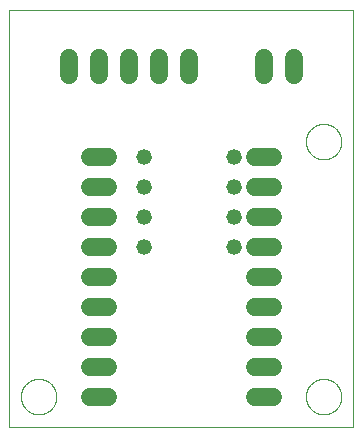
<source format=gtl>
G75*
%MOIN*%
%OFA0B0*%
%FSLAX25Y25*%
%IPPOS*%
%LPD*%
%AMOC8*
5,1,8,0,0,1.08239X$1,22.5*
%
%ADD10C,0.00000*%
%ADD11C,0.06000*%
%ADD12C,0.05200*%
%ADD13C,0.05937*%
D10*
X0002000Y0002000D02*
X0002000Y0140701D01*
X0116921Y0140701D01*
X0116921Y0002000D01*
X0002000Y0002000D01*
X0006094Y0012000D02*
X0006096Y0012153D01*
X0006102Y0012307D01*
X0006112Y0012460D01*
X0006126Y0012612D01*
X0006144Y0012765D01*
X0006166Y0012916D01*
X0006191Y0013067D01*
X0006221Y0013218D01*
X0006255Y0013368D01*
X0006292Y0013516D01*
X0006333Y0013664D01*
X0006378Y0013810D01*
X0006427Y0013956D01*
X0006480Y0014100D01*
X0006536Y0014242D01*
X0006596Y0014383D01*
X0006660Y0014523D01*
X0006727Y0014661D01*
X0006798Y0014797D01*
X0006873Y0014931D01*
X0006950Y0015063D01*
X0007032Y0015193D01*
X0007116Y0015321D01*
X0007204Y0015447D01*
X0007295Y0015570D01*
X0007389Y0015691D01*
X0007487Y0015809D01*
X0007587Y0015925D01*
X0007691Y0016038D01*
X0007797Y0016149D01*
X0007906Y0016257D01*
X0008018Y0016362D01*
X0008132Y0016463D01*
X0008250Y0016562D01*
X0008369Y0016658D01*
X0008491Y0016751D01*
X0008616Y0016840D01*
X0008743Y0016927D01*
X0008872Y0017009D01*
X0009003Y0017089D01*
X0009136Y0017165D01*
X0009271Y0017238D01*
X0009408Y0017307D01*
X0009547Y0017372D01*
X0009687Y0017434D01*
X0009829Y0017492D01*
X0009972Y0017547D01*
X0010117Y0017598D01*
X0010263Y0017645D01*
X0010410Y0017688D01*
X0010558Y0017727D01*
X0010707Y0017763D01*
X0010857Y0017794D01*
X0011008Y0017822D01*
X0011159Y0017846D01*
X0011312Y0017866D01*
X0011464Y0017882D01*
X0011617Y0017894D01*
X0011770Y0017902D01*
X0011923Y0017906D01*
X0012077Y0017906D01*
X0012230Y0017902D01*
X0012383Y0017894D01*
X0012536Y0017882D01*
X0012688Y0017866D01*
X0012841Y0017846D01*
X0012992Y0017822D01*
X0013143Y0017794D01*
X0013293Y0017763D01*
X0013442Y0017727D01*
X0013590Y0017688D01*
X0013737Y0017645D01*
X0013883Y0017598D01*
X0014028Y0017547D01*
X0014171Y0017492D01*
X0014313Y0017434D01*
X0014453Y0017372D01*
X0014592Y0017307D01*
X0014729Y0017238D01*
X0014864Y0017165D01*
X0014997Y0017089D01*
X0015128Y0017009D01*
X0015257Y0016927D01*
X0015384Y0016840D01*
X0015509Y0016751D01*
X0015631Y0016658D01*
X0015750Y0016562D01*
X0015868Y0016463D01*
X0015982Y0016362D01*
X0016094Y0016257D01*
X0016203Y0016149D01*
X0016309Y0016038D01*
X0016413Y0015925D01*
X0016513Y0015809D01*
X0016611Y0015691D01*
X0016705Y0015570D01*
X0016796Y0015447D01*
X0016884Y0015321D01*
X0016968Y0015193D01*
X0017050Y0015063D01*
X0017127Y0014931D01*
X0017202Y0014797D01*
X0017273Y0014661D01*
X0017340Y0014523D01*
X0017404Y0014383D01*
X0017464Y0014242D01*
X0017520Y0014100D01*
X0017573Y0013956D01*
X0017622Y0013810D01*
X0017667Y0013664D01*
X0017708Y0013516D01*
X0017745Y0013368D01*
X0017779Y0013218D01*
X0017809Y0013067D01*
X0017834Y0012916D01*
X0017856Y0012765D01*
X0017874Y0012612D01*
X0017888Y0012460D01*
X0017898Y0012307D01*
X0017904Y0012153D01*
X0017906Y0012000D01*
X0017904Y0011847D01*
X0017898Y0011693D01*
X0017888Y0011540D01*
X0017874Y0011388D01*
X0017856Y0011235D01*
X0017834Y0011084D01*
X0017809Y0010933D01*
X0017779Y0010782D01*
X0017745Y0010632D01*
X0017708Y0010484D01*
X0017667Y0010336D01*
X0017622Y0010190D01*
X0017573Y0010044D01*
X0017520Y0009900D01*
X0017464Y0009758D01*
X0017404Y0009617D01*
X0017340Y0009477D01*
X0017273Y0009339D01*
X0017202Y0009203D01*
X0017127Y0009069D01*
X0017050Y0008937D01*
X0016968Y0008807D01*
X0016884Y0008679D01*
X0016796Y0008553D01*
X0016705Y0008430D01*
X0016611Y0008309D01*
X0016513Y0008191D01*
X0016413Y0008075D01*
X0016309Y0007962D01*
X0016203Y0007851D01*
X0016094Y0007743D01*
X0015982Y0007638D01*
X0015868Y0007537D01*
X0015750Y0007438D01*
X0015631Y0007342D01*
X0015509Y0007249D01*
X0015384Y0007160D01*
X0015257Y0007073D01*
X0015128Y0006991D01*
X0014997Y0006911D01*
X0014864Y0006835D01*
X0014729Y0006762D01*
X0014592Y0006693D01*
X0014453Y0006628D01*
X0014313Y0006566D01*
X0014171Y0006508D01*
X0014028Y0006453D01*
X0013883Y0006402D01*
X0013737Y0006355D01*
X0013590Y0006312D01*
X0013442Y0006273D01*
X0013293Y0006237D01*
X0013143Y0006206D01*
X0012992Y0006178D01*
X0012841Y0006154D01*
X0012688Y0006134D01*
X0012536Y0006118D01*
X0012383Y0006106D01*
X0012230Y0006098D01*
X0012077Y0006094D01*
X0011923Y0006094D01*
X0011770Y0006098D01*
X0011617Y0006106D01*
X0011464Y0006118D01*
X0011312Y0006134D01*
X0011159Y0006154D01*
X0011008Y0006178D01*
X0010857Y0006206D01*
X0010707Y0006237D01*
X0010558Y0006273D01*
X0010410Y0006312D01*
X0010263Y0006355D01*
X0010117Y0006402D01*
X0009972Y0006453D01*
X0009829Y0006508D01*
X0009687Y0006566D01*
X0009547Y0006628D01*
X0009408Y0006693D01*
X0009271Y0006762D01*
X0009136Y0006835D01*
X0009003Y0006911D01*
X0008872Y0006991D01*
X0008743Y0007073D01*
X0008616Y0007160D01*
X0008491Y0007249D01*
X0008369Y0007342D01*
X0008250Y0007438D01*
X0008132Y0007537D01*
X0008018Y0007638D01*
X0007906Y0007743D01*
X0007797Y0007851D01*
X0007691Y0007962D01*
X0007587Y0008075D01*
X0007487Y0008191D01*
X0007389Y0008309D01*
X0007295Y0008430D01*
X0007204Y0008553D01*
X0007116Y0008679D01*
X0007032Y0008807D01*
X0006950Y0008937D01*
X0006873Y0009069D01*
X0006798Y0009203D01*
X0006727Y0009339D01*
X0006660Y0009477D01*
X0006596Y0009617D01*
X0006536Y0009758D01*
X0006480Y0009900D01*
X0006427Y0010044D01*
X0006378Y0010190D01*
X0006333Y0010336D01*
X0006292Y0010484D01*
X0006255Y0010632D01*
X0006221Y0010782D01*
X0006191Y0010933D01*
X0006166Y0011084D01*
X0006144Y0011235D01*
X0006126Y0011388D01*
X0006112Y0011540D01*
X0006102Y0011693D01*
X0006096Y0011847D01*
X0006094Y0012000D01*
X0101094Y0012000D02*
X0101096Y0012153D01*
X0101102Y0012307D01*
X0101112Y0012460D01*
X0101126Y0012612D01*
X0101144Y0012765D01*
X0101166Y0012916D01*
X0101191Y0013067D01*
X0101221Y0013218D01*
X0101255Y0013368D01*
X0101292Y0013516D01*
X0101333Y0013664D01*
X0101378Y0013810D01*
X0101427Y0013956D01*
X0101480Y0014100D01*
X0101536Y0014242D01*
X0101596Y0014383D01*
X0101660Y0014523D01*
X0101727Y0014661D01*
X0101798Y0014797D01*
X0101873Y0014931D01*
X0101950Y0015063D01*
X0102032Y0015193D01*
X0102116Y0015321D01*
X0102204Y0015447D01*
X0102295Y0015570D01*
X0102389Y0015691D01*
X0102487Y0015809D01*
X0102587Y0015925D01*
X0102691Y0016038D01*
X0102797Y0016149D01*
X0102906Y0016257D01*
X0103018Y0016362D01*
X0103132Y0016463D01*
X0103250Y0016562D01*
X0103369Y0016658D01*
X0103491Y0016751D01*
X0103616Y0016840D01*
X0103743Y0016927D01*
X0103872Y0017009D01*
X0104003Y0017089D01*
X0104136Y0017165D01*
X0104271Y0017238D01*
X0104408Y0017307D01*
X0104547Y0017372D01*
X0104687Y0017434D01*
X0104829Y0017492D01*
X0104972Y0017547D01*
X0105117Y0017598D01*
X0105263Y0017645D01*
X0105410Y0017688D01*
X0105558Y0017727D01*
X0105707Y0017763D01*
X0105857Y0017794D01*
X0106008Y0017822D01*
X0106159Y0017846D01*
X0106312Y0017866D01*
X0106464Y0017882D01*
X0106617Y0017894D01*
X0106770Y0017902D01*
X0106923Y0017906D01*
X0107077Y0017906D01*
X0107230Y0017902D01*
X0107383Y0017894D01*
X0107536Y0017882D01*
X0107688Y0017866D01*
X0107841Y0017846D01*
X0107992Y0017822D01*
X0108143Y0017794D01*
X0108293Y0017763D01*
X0108442Y0017727D01*
X0108590Y0017688D01*
X0108737Y0017645D01*
X0108883Y0017598D01*
X0109028Y0017547D01*
X0109171Y0017492D01*
X0109313Y0017434D01*
X0109453Y0017372D01*
X0109592Y0017307D01*
X0109729Y0017238D01*
X0109864Y0017165D01*
X0109997Y0017089D01*
X0110128Y0017009D01*
X0110257Y0016927D01*
X0110384Y0016840D01*
X0110509Y0016751D01*
X0110631Y0016658D01*
X0110750Y0016562D01*
X0110868Y0016463D01*
X0110982Y0016362D01*
X0111094Y0016257D01*
X0111203Y0016149D01*
X0111309Y0016038D01*
X0111413Y0015925D01*
X0111513Y0015809D01*
X0111611Y0015691D01*
X0111705Y0015570D01*
X0111796Y0015447D01*
X0111884Y0015321D01*
X0111968Y0015193D01*
X0112050Y0015063D01*
X0112127Y0014931D01*
X0112202Y0014797D01*
X0112273Y0014661D01*
X0112340Y0014523D01*
X0112404Y0014383D01*
X0112464Y0014242D01*
X0112520Y0014100D01*
X0112573Y0013956D01*
X0112622Y0013810D01*
X0112667Y0013664D01*
X0112708Y0013516D01*
X0112745Y0013368D01*
X0112779Y0013218D01*
X0112809Y0013067D01*
X0112834Y0012916D01*
X0112856Y0012765D01*
X0112874Y0012612D01*
X0112888Y0012460D01*
X0112898Y0012307D01*
X0112904Y0012153D01*
X0112906Y0012000D01*
X0112904Y0011847D01*
X0112898Y0011693D01*
X0112888Y0011540D01*
X0112874Y0011388D01*
X0112856Y0011235D01*
X0112834Y0011084D01*
X0112809Y0010933D01*
X0112779Y0010782D01*
X0112745Y0010632D01*
X0112708Y0010484D01*
X0112667Y0010336D01*
X0112622Y0010190D01*
X0112573Y0010044D01*
X0112520Y0009900D01*
X0112464Y0009758D01*
X0112404Y0009617D01*
X0112340Y0009477D01*
X0112273Y0009339D01*
X0112202Y0009203D01*
X0112127Y0009069D01*
X0112050Y0008937D01*
X0111968Y0008807D01*
X0111884Y0008679D01*
X0111796Y0008553D01*
X0111705Y0008430D01*
X0111611Y0008309D01*
X0111513Y0008191D01*
X0111413Y0008075D01*
X0111309Y0007962D01*
X0111203Y0007851D01*
X0111094Y0007743D01*
X0110982Y0007638D01*
X0110868Y0007537D01*
X0110750Y0007438D01*
X0110631Y0007342D01*
X0110509Y0007249D01*
X0110384Y0007160D01*
X0110257Y0007073D01*
X0110128Y0006991D01*
X0109997Y0006911D01*
X0109864Y0006835D01*
X0109729Y0006762D01*
X0109592Y0006693D01*
X0109453Y0006628D01*
X0109313Y0006566D01*
X0109171Y0006508D01*
X0109028Y0006453D01*
X0108883Y0006402D01*
X0108737Y0006355D01*
X0108590Y0006312D01*
X0108442Y0006273D01*
X0108293Y0006237D01*
X0108143Y0006206D01*
X0107992Y0006178D01*
X0107841Y0006154D01*
X0107688Y0006134D01*
X0107536Y0006118D01*
X0107383Y0006106D01*
X0107230Y0006098D01*
X0107077Y0006094D01*
X0106923Y0006094D01*
X0106770Y0006098D01*
X0106617Y0006106D01*
X0106464Y0006118D01*
X0106312Y0006134D01*
X0106159Y0006154D01*
X0106008Y0006178D01*
X0105857Y0006206D01*
X0105707Y0006237D01*
X0105558Y0006273D01*
X0105410Y0006312D01*
X0105263Y0006355D01*
X0105117Y0006402D01*
X0104972Y0006453D01*
X0104829Y0006508D01*
X0104687Y0006566D01*
X0104547Y0006628D01*
X0104408Y0006693D01*
X0104271Y0006762D01*
X0104136Y0006835D01*
X0104003Y0006911D01*
X0103872Y0006991D01*
X0103743Y0007073D01*
X0103616Y0007160D01*
X0103491Y0007249D01*
X0103369Y0007342D01*
X0103250Y0007438D01*
X0103132Y0007537D01*
X0103018Y0007638D01*
X0102906Y0007743D01*
X0102797Y0007851D01*
X0102691Y0007962D01*
X0102587Y0008075D01*
X0102487Y0008191D01*
X0102389Y0008309D01*
X0102295Y0008430D01*
X0102204Y0008553D01*
X0102116Y0008679D01*
X0102032Y0008807D01*
X0101950Y0008937D01*
X0101873Y0009069D01*
X0101798Y0009203D01*
X0101727Y0009339D01*
X0101660Y0009477D01*
X0101596Y0009617D01*
X0101536Y0009758D01*
X0101480Y0009900D01*
X0101427Y0010044D01*
X0101378Y0010190D01*
X0101333Y0010336D01*
X0101292Y0010484D01*
X0101255Y0010632D01*
X0101221Y0010782D01*
X0101191Y0010933D01*
X0101166Y0011084D01*
X0101144Y0011235D01*
X0101126Y0011388D01*
X0101112Y0011540D01*
X0101102Y0011693D01*
X0101096Y0011847D01*
X0101094Y0012000D01*
X0101094Y0097000D02*
X0101096Y0097153D01*
X0101102Y0097307D01*
X0101112Y0097460D01*
X0101126Y0097612D01*
X0101144Y0097765D01*
X0101166Y0097916D01*
X0101191Y0098067D01*
X0101221Y0098218D01*
X0101255Y0098368D01*
X0101292Y0098516D01*
X0101333Y0098664D01*
X0101378Y0098810D01*
X0101427Y0098956D01*
X0101480Y0099100D01*
X0101536Y0099242D01*
X0101596Y0099383D01*
X0101660Y0099523D01*
X0101727Y0099661D01*
X0101798Y0099797D01*
X0101873Y0099931D01*
X0101950Y0100063D01*
X0102032Y0100193D01*
X0102116Y0100321D01*
X0102204Y0100447D01*
X0102295Y0100570D01*
X0102389Y0100691D01*
X0102487Y0100809D01*
X0102587Y0100925D01*
X0102691Y0101038D01*
X0102797Y0101149D01*
X0102906Y0101257D01*
X0103018Y0101362D01*
X0103132Y0101463D01*
X0103250Y0101562D01*
X0103369Y0101658D01*
X0103491Y0101751D01*
X0103616Y0101840D01*
X0103743Y0101927D01*
X0103872Y0102009D01*
X0104003Y0102089D01*
X0104136Y0102165D01*
X0104271Y0102238D01*
X0104408Y0102307D01*
X0104547Y0102372D01*
X0104687Y0102434D01*
X0104829Y0102492D01*
X0104972Y0102547D01*
X0105117Y0102598D01*
X0105263Y0102645D01*
X0105410Y0102688D01*
X0105558Y0102727D01*
X0105707Y0102763D01*
X0105857Y0102794D01*
X0106008Y0102822D01*
X0106159Y0102846D01*
X0106312Y0102866D01*
X0106464Y0102882D01*
X0106617Y0102894D01*
X0106770Y0102902D01*
X0106923Y0102906D01*
X0107077Y0102906D01*
X0107230Y0102902D01*
X0107383Y0102894D01*
X0107536Y0102882D01*
X0107688Y0102866D01*
X0107841Y0102846D01*
X0107992Y0102822D01*
X0108143Y0102794D01*
X0108293Y0102763D01*
X0108442Y0102727D01*
X0108590Y0102688D01*
X0108737Y0102645D01*
X0108883Y0102598D01*
X0109028Y0102547D01*
X0109171Y0102492D01*
X0109313Y0102434D01*
X0109453Y0102372D01*
X0109592Y0102307D01*
X0109729Y0102238D01*
X0109864Y0102165D01*
X0109997Y0102089D01*
X0110128Y0102009D01*
X0110257Y0101927D01*
X0110384Y0101840D01*
X0110509Y0101751D01*
X0110631Y0101658D01*
X0110750Y0101562D01*
X0110868Y0101463D01*
X0110982Y0101362D01*
X0111094Y0101257D01*
X0111203Y0101149D01*
X0111309Y0101038D01*
X0111413Y0100925D01*
X0111513Y0100809D01*
X0111611Y0100691D01*
X0111705Y0100570D01*
X0111796Y0100447D01*
X0111884Y0100321D01*
X0111968Y0100193D01*
X0112050Y0100063D01*
X0112127Y0099931D01*
X0112202Y0099797D01*
X0112273Y0099661D01*
X0112340Y0099523D01*
X0112404Y0099383D01*
X0112464Y0099242D01*
X0112520Y0099100D01*
X0112573Y0098956D01*
X0112622Y0098810D01*
X0112667Y0098664D01*
X0112708Y0098516D01*
X0112745Y0098368D01*
X0112779Y0098218D01*
X0112809Y0098067D01*
X0112834Y0097916D01*
X0112856Y0097765D01*
X0112874Y0097612D01*
X0112888Y0097460D01*
X0112898Y0097307D01*
X0112904Y0097153D01*
X0112906Y0097000D01*
X0112904Y0096847D01*
X0112898Y0096693D01*
X0112888Y0096540D01*
X0112874Y0096388D01*
X0112856Y0096235D01*
X0112834Y0096084D01*
X0112809Y0095933D01*
X0112779Y0095782D01*
X0112745Y0095632D01*
X0112708Y0095484D01*
X0112667Y0095336D01*
X0112622Y0095190D01*
X0112573Y0095044D01*
X0112520Y0094900D01*
X0112464Y0094758D01*
X0112404Y0094617D01*
X0112340Y0094477D01*
X0112273Y0094339D01*
X0112202Y0094203D01*
X0112127Y0094069D01*
X0112050Y0093937D01*
X0111968Y0093807D01*
X0111884Y0093679D01*
X0111796Y0093553D01*
X0111705Y0093430D01*
X0111611Y0093309D01*
X0111513Y0093191D01*
X0111413Y0093075D01*
X0111309Y0092962D01*
X0111203Y0092851D01*
X0111094Y0092743D01*
X0110982Y0092638D01*
X0110868Y0092537D01*
X0110750Y0092438D01*
X0110631Y0092342D01*
X0110509Y0092249D01*
X0110384Y0092160D01*
X0110257Y0092073D01*
X0110128Y0091991D01*
X0109997Y0091911D01*
X0109864Y0091835D01*
X0109729Y0091762D01*
X0109592Y0091693D01*
X0109453Y0091628D01*
X0109313Y0091566D01*
X0109171Y0091508D01*
X0109028Y0091453D01*
X0108883Y0091402D01*
X0108737Y0091355D01*
X0108590Y0091312D01*
X0108442Y0091273D01*
X0108293Y0091237D01*
X0108143Y0091206D01*
X0107992Y0091178D01*
X0107841Y0091154D01*
X0107688Y0091134D01*
X0107536Y0091118D01*
X0107383Y0091106D01*
X0107230Y0091098D01*
X0107077Y0091094D01*
X0106923Y0091094D01*
X0106770Y0091098D01*
X0106617Y0091106D01*
X0106464Y0091118D01*
X0106312Y0091134D01*
X0106159Y0091154D01*
X0106008Y0091178D01*
X0105857Y0091206D01*
X0105707Y0091237D01*
X0105558Y0091273D01*
X0105410Y0091312D01*
X0105263Y0091355D01*
X0105117Y0091402D01*
X0104972Y0091453D01*
X0104829Y0091508D01*
X0104687Y0091566D01*
X0104547Y0091628D01*
X0104408Y0091693D01*
X0104271Y0091762D01*
X0104136Y0091835D01*
X0104003Y0091911D01*
X0103872Y0091991D01*
X0103743Y0092073D01*
X0103616Y0092160D01*
X0103491Y0092249D01*
X0103369Y0092342D01*
X0103250Y0092438D01*
X0103132Y0092537D01*
X0103018Y0092638D01*
X0102906Y0092743D01*
X0102797Y0092851D01*
X0102691Y0092962D01*
X0102587Y0093075D01*
X0102487Y0093191D01*
X0102389Y0093309D01*
X0102295Y0093430D01*
X0102204Y0093553D01*
X0102116Y0093679D01*
X0102032Y0093807D01*
X0101950Y0093937D01*
X0101873Y0094069D01*
X0101798Y0094203D01*
X0101727Y0094339D01*
X0101660Y0094477D01*
X0101596Y0094617D01*
X0101536Y0094758D01*
X0101480Y0094900D01*
X0101427Y0095044D01*
X0101378Y0095190D01*
X0101333Y0095336D01*
X0101292Y0095484D01*
X0101255Y0095632D01*
X0101221Y0095782D01*
X0101191Y0095933D01*
X0101166Y0096084D01*
X0101144Y0096235D01*
X0101126Y0096388D01*
X0101112Y0096540D01*
X0101102Y0096693D01*
X0101096Y0096847D01*
X0101094Y0097000D01*
D11*
X0090000Y0092000D02*
X0084000Y0092000D01*
X0084000Y0082000D02*
X0090000Y0082000D01*
X0090000Y0072000D02*
X0084000Y0072000D01*
X0084000Y0062000D02*
X0090000Y0062000D01*
X0090000Y0052000D02*
X0084000Y0052000D01*
X0084000Y0042000D02*
X0090000Y0042000D01*
X0090000Y0032000D02*
X0084000Y0032000D01*
X0084000Y0022000D02*
X0090000Y0022000D01*
X0090000Y0012000D02*
X0084000Y0012000D01*
X0035000Y0012000D02*
X0029000Y0012000D01*
X0029000Y0022000D02*
X0035000Y0022000D01*
X0035000Y0032000D02*
X0029000Y0032000D01*
X0029000Y0042000D02*
X0035000Y0042000D01*
X0035000Y0052000D02*
X0029000Y0052000D01*
X0029000Y0062000D02*
X0035000Y0062000D01*
X0035000Y0072000D02*
X0029000Y0072000D01*
X0029000Y0082000D02*
X0035000Y0082000D01*
X0035000Y0092000D02*
X0029000Y0092000D01*
D12*
X0047000Y0092000D03*
X0047000Y0082000D03*
X0047000Y0072000D03*
X0047000Y0062000D03*
X0077000Y0062000D03*
X0077000Y0072000D03*
X0077000Y0082000D03*
X0077000Y0092000D03*
D13*
X0087000Y0119031D02*
X0087000Y0124969D01*
X0097000Y0124969D02*
X0097000Y0119031D01*
X0062000Y0119031D02*
X0062000Y0124969D01*
X0052000Y0124969D02*
X0052000Y0119031D01*
X0042000Y0119031D02*
X0042000Y0124969D01*
X0032000Y0124969D02*
X0032000Y0119031D01*
X0022000Y0119031D02*
X0022000Y0124969D01*
M02*

</source>
